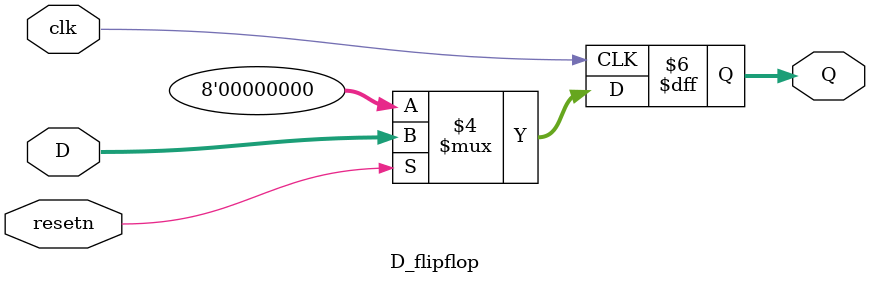
<source format=v>


module D_flipflop(D, clk, resetn, Q);
	parameter n = 8;
	input [n-1:0] D;
	input clk, resetn;
	output reg [n-1:0] Q;
	// synchronouse reset, active low
	always@(posedge clk)
//always@(posedge clk or negedge resetn) // for async 
	begin
		if (!resetn)
			Q <= 0;
		else
			Q <= D;
	end 
endmodule 
</source>
